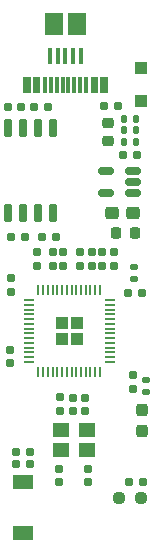
<source format=gbr>
G04 #@! TF.GenerationSoftware,KiCad,Pcbnew,(5.99.0-11673-ga90656900a)*
G04 #@! TF.CreationDate,2021-08-26T12:12:16+05:30*
G04 #@! TF.ProjectId,Mitayi-Pico-RP2040,4d697461-7969-42d5-9069-636f2d525032,0.1*
G04 #@! TF.SameCoordinates,Original*
G04 #@! TF.FileFunction,Paste,Top*
G04 #@! TF.FilePolarity,Positive*
%FSLAX46Y46*%
G04 Gerber Fmt 4.6, Leading zero omitted, Abs format (unit mm)*
G04 Created by KiCad (PCBNEW (5.99.0-11673-ga90656900a)) date 2021-08-26 12:12:16*
%MOMM*%
%LPD*%
G01*
G04 APERTURE LIST*
G04 Aperture macros list*
%AMRoundRect*
0 Rectangle with rounded corners*
0 $1 Rounding radius*
0 $2 $3 $4 $5 $6 $7 $8 $9 X,Y pos of 4 corners*
0 Add a 4 corners polygon primitive as box body*
4,1,4,$2,$3,$4,$5,$6,$7,$8,$9,$2,$3,0*
0 Add four circle primitives for the rounded corners*
1,1,$1+$1,$2,$3*
1,1,$1+$1,$4,$5*
1,1,$1+$1,$6,$7*
1,1,$1+$1,$8,$9*
0 Add four rect primitives between the rounded corners*
20,1,$1+$1,$2,$3,$4,$5,0*
20,1,$1+$1,$4,$5,$6,$7,0*
20,1,$1+$1,$6,$7,$8,$9,0*
20,1,$1+$1,$8,$9,$2,$3,0*%
G04 Aperture macros list end*
%ADD10RoundRect,0.135000X-0.185000X0.135000X-0.185000X-0.135000X0.185000X-0.135000X0.185000X0.135000X0*%
%ADD11RoundRect,0.237500X0.237500X-0.300000X0.237500X0.300000X-0.237500X0.300000X-0.237500X-0.300000X0*%
%ADD12RoundRect,0.155000X-0.155000X0.212500X-0.155000X-0.212500X0.155000X-0.212500X0.155000X0.212500X0*%
%ADD13RoundRect,0.155000X0.155000X-0.212500X0.155000X0.212500X-0.155000X0.212500X-0.155000X-0.212500X0*%
%ADD14RoundRect,0.237500X-0.250000X-0.237500X0.250000X-0.237500X0.250000X0.237500X-0.250000X0.237500X0*%
%ADD15RoundRect,0.135000X0.135000X0.185000X-0.135000X0.185000X-0.135000X-0.185000X0.135000X-0.185000X0*%
%ADD16RoundRect,0.225000X0.250000X-0.225000X0.250000X0.225000X-0.250000X0.225000X-0.250000X-0.225000X0*%
%ADD17RoundRect,0.155000X0.212500X0.155000X-0.212500X0.155000X-0.212500X-0.155000X0.212500X-0.155000X0*%
%ADD18RoundRect,0.160000X-0.197500X-0.160000X0.197500X-0.160000X0.197500X0.160000X-0.197500X0.160000X0*%
%ADD19RoundRect,0.160000X0.197500X0.160000X-0.197500X0.160000X-0.197500X-0.160000X0.197500X-0.160000X0*%
%ADD20RoundRect,0.160000X-0.160000X0.197500X-0.160000X-0.197500X0.160000X-0.197500X0.160000X0.197500X0*%
%ADD21RoundRect,0.155000X-0.212500X-0.155000X0.212500X-0.155000X0.212500X0.155000X-0.212500X0.155000X0*%
%ADD22R,1.400000X1.200000*%
%ADD23RoundRect,0.250000X-0.292217X-0.292217X0.292217X-0.292217X0.292217X0.292217X-0.292217X0.292217X0*%
%ADD24RoundRect,0.050000X-0.387500X-0.050000X0.387500X-0.050000X0.387500X0.050000X-0.387500X0.050000X0*%
%ADD25RoundRect,0.050000X-0.050000X-0.387500X0.050000X-0.387500X0.050000X0.387500X-0.050000X0.387500X0*%
%ADD26RoundRect,0.150000X0.150000X-0.650000X0.150000X0.650000X-0.150000X0.650000X-0.150000X-0.650000X0*%
%ADD27RoundRect,0.135000X-0.135000X-0.185000X0.135000X-0.185000X0.135000X0.185000X-0.135000X0.185000X0*%
%ADD28RoundRect,0.225000X-0.225000X-0.250000X0.225000X-0.250000X0.225000X0.250000X-0.225000X0.250000X0*%
%ADD29R,0.300000X1.450000*%
%ADD30R,1.100000X1.100000*%
%ADD31R,0.400000X1.350000*%
%ADD32R,1.500000X1.900000*%
%ADD33R,1.700000X1.150000*%
%ADD34RoundRect,0.250000X-0.312500X-0.275000X0.312500X-0.275000X0.312500X0.275000X-0.312500X0.275000X0*%
%ADD35RoundRect,0.150000X0.512500X0.150000X-0.512500X0.150000X-0.512500X-0.150000X0.512500X-0.150000X0*%
G04 APERTURE END LIST*
D10*
X156300000Y-96500000D03*
X156300000Y-97520000D03*
D11*
X156030000Y-100812500D03*
X156030000Y-99087500D03*
D12*
X148990000Y-104012500D03*
X148990000Y-105147500D03*
D13*
X144930000Y-89057500D03*
X144930000Y-87922500D03*
D14*
X154077500Y-106500000D03*
X155902500Y-106500000D03*
D15*
X155480000Y-76400000D03*
X154460000Y-76400000D03*
D16*
X153090000Y-76285000D03*
X153090000Y-74735000D03*
D12*
X144800000Y-93952500D03*
X144800000Y-95087500D03*
D13*
X153605000Y-86837500D03*
X153605000Y-85702500D03*
D17*
X146477500Y-103660000D03*
X145342500Y-103660000D03*
D18*
X147502500Y-84370000D03*
X148697500Y-84370000D03*
D19*
X156067500Y-105140000D03*
X154872500Y-105140000D03*
D20*
X149020000Y-97982500D03*
X149020000Y-99177500D03*
D21*
X154812500Y-89170000D03*
X155947500Y-89170000D03*
D22*
X149100000Y-102450000D03*
X151300000Y-102450000D03*
X151300000Y-100750000D03*
X149100000Y-100750000D03*
D23*
X149182500Y-91732500D03*
X150457500Y-93007500D03*
X150457500Y-91732500D03*
X149182500Y-93007500D03*
D24*
X146382500Y-89770000D03*
X146382500Y-90170000D03*
X146382500Y-90570000D03*
X146382500Y-90970000D03*
X146382500Y-91370000D03*
X146382500Y-91770000D03*
X146382500Y-92170000D03*
X146382500Y-92570000D03*
X146382500Y-92970000D03*
X146382500Y-93370000D03*
X146382500Y-93770000D03*
X146382500Y-94170000D03*
X146382500Y-94570000D03*
X146382500Y-94970000D03*
D25*
X147220000Y-95807500D03*
X147620000Y-95807500D03*
X148020000Y-95807500D03*
X148420000Y-95807500D03*
X148820000Y-95807500D03*
X149220000Y-95807500D03*
X149620000Y-95807500D03*
X150020000Y-95807500D03*
X150420000Y-95807500D03*
X150820000Y-95807500D03*
X151220000Y-95807500D03*
X151620000Y-95807500D03*
X152020000Y-95807500D03*
X152420000Y-95807500D03*
D24*
X153257500Y-94970000D03*
X153257500Y-94570000D03*
X153257500Y-94170000D03*
X153257500Y-93770000D03*
X153257500Y-93370000D03*
X153257500Y-92970000D03*
X153257500Y-92570000D03*
X153257500Y-92170000D03*
X153257500Y-91770000D03*
X153257500Y-91370000D03*
X153257500Y-90970000D03*
X153257500Y-90570000D03*
X153257500Y-90170000D03*
X153257500Y-89770000D03*
D25*
X152420000Y-88932500D03*
X152020000Y-88932500D03*
X151620000Y-88932500D03*
X151220000Y-88932500D03*
X150820000Y-88932500D03*
X150420000Y-88932500D03*
X150020000Y-88932500D03*
X149620000Y-88932500D03*
X149220000Y-88932500D03*
X148820000Y-88932500D03*
X148420000Y-88932500D03*
X148020000Y-88932500D03*
X147620000Y-88932500D03*
X147220000Y-88932500D03*
D20*
X150725000Y-85652500D03*
X150725000Y-86847500D03*
D13*
X147125000Y-86837500D03*
X147125000Y-85702500D03*
D12*
X150150000Y-98002500D03*
X150150000Y-99137500D03*
D26*
X144655000Y-82350000D03*
X145925000Y-82350000D03*
X147195000Y-82350000D03*
X148465000Y-82350000D03*
X148465000Y-75150000D03*
X147195000Y-75150000D03*
X145925000Y-75150000D03*
X144655000Y-75150000D03*
D13*
X149320000Y-86842500D03*
X149320000Y-85707500D03*
D18*
X144872500Y-84370000D03*
X146067500Y-84370000D03*
D13*
X152630000Y-86827500D03*
X152630000Y-85692500D03*
D21*
X144642500Y-73400000D03*
X145777500Y-73400000D03*
D27*
X154440000Y-75370000D03*
X155460000Y-75370000D03*
D18*
X145312500Y-102600000D03*
X146507500Y-102600000D03*
D12*
X151170000Y-98002500D03*
X151170000Y-99137500D03*
X155200000Y-96122500D03*
X155200000Y-97257500D03*
D28*
X153815000Y-84080000D03*
X155365000Y-84080000D03*
D29*
X152910000Y-71530000D03*
X152110000Y-71530000D03*
X150760000Y-71530000D03*
X149760000Y-71530000D03*
X149260000Y-71530000D03*
X148260000Y-71530000D03*
X146910000Y-71530000D03*
X146110000Y-71530000D03*
X146410000Y-71530000D03*
X147210000Y-71530000D03*
X147760000Y-71530000D03*
X148760000Y-71530000D03*
X150260000Y-71530000D03*
X151260000Y-71530000D03*
X151810000Y-71530000D03*
X152610000Y-71530000D03*
D21*
X154402500Y-77460000D03*
X155537500Y-77460000D03*
D27*
X154440000Y-74400000D03*
X155460000Y-74400000D03*
D19*
X148047500Y-73400000D03*
X146852500Y-73400000D03*
D30*
X155900000Y-72900000D03*
X155900000Y-70100000D03*
D31*
X150810000Y-69062500D03*
X150160000Y-69062500D03*
X149510000Y-69062500D03*
X148860000Y-69062500D03*
X148210000Y-69062500D03*
D32*
X150510000Y-66362500D03*
X148510000Y-66362500D03*
D33*
X145900000Y-105125000D03*
X145900000Y-109475000D03*
D12*
X151430000Y-104022500D03*
X151430000Y-105157500D03*
D13*
X148420000Y-86837500D03*
X148420000Y-85702500D03*
D20*
X151725000Y-85652500D03*
X151725000Y-86847500D03*
D34*
X153447500Y-82400000D03*
X155222500Y-82400000D03*
D10*
X155350000Y-86930000D03*
X155350000Y-87950000D03*
D18*
X152802500Y-73300000D03*
X153997500Y-73300000D03*
D35*
X155187500Y-80720000D03*
X155187500Y-79770000D03*
X155187500Y-78820000D03*
X152912500Y-78820000D03*
X152912500Y-80720000D03*
M02*

</source>
